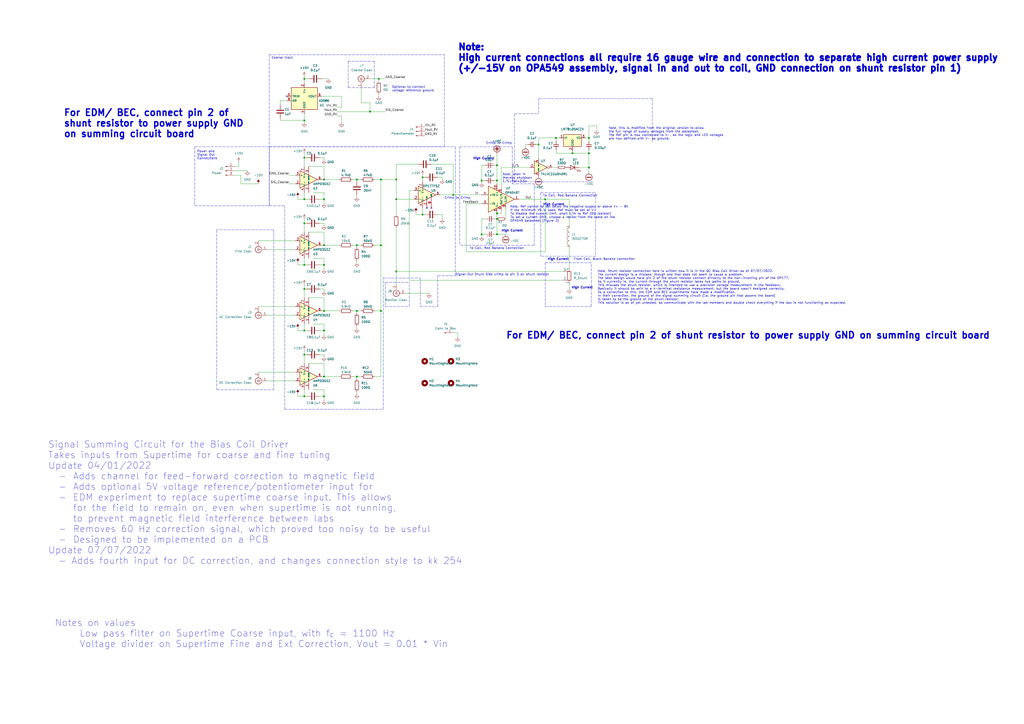
<source format=kicad_sch>
(kicad_sch (version 20211123) (generator eeschema)
  (paper "A2")
  (title_block (title "Bias Coil Driver Signal Summing") (date "2022-05-18") (rev "004") (company "PSU Physics Weiss Group") (comment 1 "Maarten de Haan"))
  (lib_symbols
    (symbol "74xGxx:74LVC1GU04DRL"
      (property "Reference" "U" (at -2.54 5.08 0))
      (property "Value" "74LVC1GU04DRL" (at 8.89 5.08 0))
      (symbol "74LVC1GU04DRL_1_1"
        (pin no_connect line (at 5.08 0 180) (length 2.54) hide (name "NC") (number "1"))
        (pin input line (at -5.08 0 0) (length 2.54) (name "~") (number "2"))
        (pin power_in line (at 0 -5.08 90) (length 2.54) (name "GND") (number "3"))
        (pin output line (at 7.62 0 180) (length 1.27) (name "~") (number "4"))
        (pin power_in line (at 0 5.08 270) (length 2.54) (name "VCC") (number "5"))
      )
    )
    (symbol "AMP03GSZ_1" (pin_names (offset 0.127))
      (property "Reference" "U2" (at 3.81 -5.08 0))
      (property "Value" "AMP03GSZ" (at 7.62 -2.54 0))
      (symbol "AMP03GSZ_1_1_1"
        (pin input line (at 0 -7.62 90) (length 5.08) (name "REF") (number "1"))
        (pin input line (at -7.62 -2.54 0) (length 2.54) (name "-") (number "2"))
        (pin input line (at -7.62 2.54 0) (length 2.54) (name "+") (number "3"))
        (pin power_in line (at -2.54 -7.62 90) (length 3.81) (name "V-") (number "4"))
        (pin input line (at 0 7.62 270) (length 5.08) (name "SENSE") (number "5"))
        (pin output line (at 7.62 0 180) (length 2.54) (name "~") (number "6"))
        (pin power_in line (at -2.54 7.62 270) (length 3.81) (name "V+") (number "7"))
        (pin no_connect line (at 2.54 -7.62 90) (length 6.35) hide (name "NC") (number "8"))
      )
    )
    (symbol "AMP03GSZ_2" (pin_names (offset 0.127))
      (property "Reference" "U3" (at 3.81 -5.08 0))
      (property "Value" "AMP03GSZ" (at 7.62 -2.54 0))
      (symbol "AMP03GSZ_2_1_1"
        (pin input line (at 0 -7.62 90) (length 5.08) (name "REF") (number "1"))
        (pin input line (at -7.62 -2.54 0) (length 2.54) (name "-") (number "2"))
        (pin input line (at -7.62 2.54 0) (length 2.54) (name "+") (number "3"))
        (pin power_in line (at -2.54 -7.62 90) (length 3.81) (name "V-") (number "4"))
        (pin input line (at 0 7.62 270) (length 5.08) (name "SENSE") (number "5"))
        (pin output line (at 7.62 0 180) (length 2.54) (name "~") (number "6"))
        (pin power_in line (at -2.54 7.62 270) (length 3.81) (name "V+") (number "7"))
        (pin no_connect line (at 2.54 -7.62 90) (length 6.35) hide (name "NC") (number "8"))
      )
    )
    (symbol "Amplifier_Operational:AMP03GSZ" (pin_names (offset 0.127))
      (property "Reference" "U4" (at 3.81 -5.08 0))
      (property "Value" "AMP03GSZ" (at 7.62 -2.54 0))
      (symbol "AMP03GSZ_1_1"
        (pin input line (at 0 -7.62 90) (length 5.08) (name "REF") (number "1"))
        (pin input line (at -7.62 -2.54 0) (length 2.54) (name "-") (number "2"))
        (pin input line (at -7.62 2.54 0) (length 2.54) (name "+") (number "3"))
        (pin power_in line (at -2.54 -7.62 90) (length 3.81) (name "V-") (number "4"))
        (pin input line (at 0 7.62 270) (length 5.08) (name "SENSE") (number "5"))
        (pin output line (at 7.62 0 180) (length 2.54) (name "~") (number "6"))
        (pin power_in line (at -2.54 7.62 270) (length 3.81) (name "V+") (number "7"))
        (pin no_connect line (at 2.54 -7.62 90) (length 6.35) hide (name "NC") (number "8"))
      )
    )
    (symbol "Amplifier_Operational:OP177FSZ" (pin_names (offset 0.127))
      (property "Reference" "U" (at 1.27 6.35 0))
      (property "Value" "OP177FSZ" (at 1.27 3.81 0))
      (symbol "OP177FSZ_1_1"
        (pin input line (at 0 -7.62 90) (length 5.08) (name "VOS") (number "1"))
        (pin input line (at -7.62 -2.54 0) (length 2.54) (name "-") (number "2"))
        (pin input line (at -7.62 2.54 0) (length 2.54) (name "+") (number "3"))
        (pin power_in line (at -2.54 -7.62 90) (length 3.81) (name "V-") (number "4"))
        (pin no_connect line (at 0 2.54 270) (length 2.54) hide (name "NC") (number "5"))
        (pin output line (at 7.62 0 180) (length 2.54) (name "~") (number "6"))
        (pin power_in line (at -2.54 7.62 270) (length 3.81) (name "V+") (number "7"))
        (pin input line (at 2.54 -7.62 90) (length 6.35) (name "VOS") (number "8"))
      )
    )
    (symbol "Amplifier_Operational:OPA549T"
      (property "Reference" "U" (at 1.27 11.43 0))
      (property "Value" "OPA549T" (at 1.27 -19.05 0))
      (symbol "OPA549T_1_1"
        (pin output line (at 10.16 0 180) (length 2.54) (name "") (number "1"))
        (pin power_in line (at -2.54 8.89 270) (length 3.81) (name "V+") (number "10"))
        (pin passive line (at -2.54 8.89 270) (length 3.81) hide (name "V+") (number "11"))
        (pin passive line (at 10.16 0 180) (length 2.54) hide (name "") (number "2"))
        (pin input line (at -11.43 -2.54 0) (length 3.81) (name "-IN") (number "3"))
        (pin input line (at -11.43 2.54 0) (length 3.81) (name "+IN") (number "4"))
        (pin power_in line (at -2.54 -7.62 90) (length 2.54) (name "V-") (number "5"))
        (pin power_in line (at 0 -6.35 90) (length 2.54) (name "Ref") (number "6"))
        (pin passive line (at -2.54 -7.62 90) (length 2.54) hide (name "V-") (number "7"))
        (pin passive line (at 2.54 -5.08 90) (length 2.54) (name "ILIM") (number "8"))
        (pin output line (at 0 6.35 270) (length 2.54) (name "E/S") (number "9"))
      )
    )
    (symbol "Conn_01x03_Male_1" (pin_names (offset 1.016) hide)
      (property "Reference" "J" (at 0 5.08 0))
      (property "Value" "Conn_01x03_Male_1" (at 0 -5.08 0))
      (symbol "Conn_01x03_Male_1_1_1"
        (pin passive line (at 5.08 2.54 180) (length 3.81) (name "Pin_1") (number "1"))
        (pin passive line (at 5.08 0 180) (length 3.81) (name "Pin_2") (number "2"))
        (pin passive line (at 5.08 -2.54 180) (length 3.81) (name "Pin_3") (number "3"))
      )
    )
    (symbol "Connector:Conn_01x01_Male" (pin_names (offset 1.016) hide)
      (property "Reference" "J" (at 0 2.54 0))
      (property "Value" "Conn_01x01_Male" (at 0 -2.54 0))
      (symbol "Conn_01x01_Male_1_1"
        (pin passive line (at 5.08 0 180) (length 3.81) (name "Pin_1") (number "1"))
      )
    )
    (symbol "Connector:Conn_01x03_Male" (pin_names (offset 1.016) hide)
      (property "Reference" "J5" (at -2.54 1.27 0))
      (property "Value" "Power" (at -5.08 -1.27 0))
      (symbol "Conn_01x03_Male_1_1"
        (pin power_out line (at 5.08 2.54 180) (length 3.81) (name "Pin_1") (number "1"))
        (pin power_out line (at 5.08 0 180) (length 3.81) (name "Pin_2") (number "2"))
        (pin power_out line (at 5.08 -2.54 180) (length 3.81) (name "Pin_3") (number "3"))
      )
    )
    (symbol "Connector:Conn_Coaxial" (pin_names (offset 1.016) hide)
      (property "Reference" "J" (at 0.254 3.048 0))
      (property "Value" "Conn_Coaxial" (at 2.921 0 90))
      (symbol "Conn_Coaxial_1_1"
        (pin passive line (at -5.08 0 0) (length 2.54) (name "In") (number "1"))
        (pin passive line (at 0 -5.08 90) (length 2.54) (name "Ext") (number "2"))
      )
    )
    (symbol "Device:C" (pin_numbers hide) (pin_names (offset 0.254))
      (property "Reference" "C" (at 0.635 2.54 0))
      (property "Value" "C" (at 0.635 -2.54 0))
      (symbol "C_1_1"
        (pin passive line (at 0 3.81 270) (length 2.794) (name "~") (number "1"))
        (pin passive line (at 0 -3.81 90) (length 2.794) (name "~") (number "2"))
      )
    )
    (symbol "Device:C_Polarized_Small_US" (pin_numbers hide) (pin_names (offset 0.254) hide)
      (property "Reference" "C" (at 0.254 1.778 0))
      (property "Value" "C_Polarized_Small_US" (at 0.254 -2.032 0))
      (symbol "C_Polarized_Small_US_1_1"
        (pin passive line (at 0 2.54 270) (length 2.032) (name "~") (number "1"))
        (pin passive line (at 0 -2.54 90) (length 2.032) (name "~") (number "2"))
      )
    )
    (symbol "Device:C_Small" (pin_numbers hide) (pin_names (offset 0.254) hide)
      (property "Reference" "C" (at 0.254 1.778 0))
      (property "Value" "C_Small" (at 0.254 -2.032 0))
      (symbol "C_Small_1_1"
        (pin passive line (at 0 2.54 270) (length 2.032) (name "~") (number "1"))
        (pin passive line (at 0 -2.54 90) (length 2.032) (name "~") (number "2"))
      )
    )
    (symbol "Device:LED" (pin_numbers hide) (pin_names (offset 1.016) hide)
      (property "Reference" "D" (at 0 2.54 0))
      (property "Value" "LED" (at 0 -2.54 0))
      (symbol "LED_1_1"
        (pin passive line (at -3.81 0 0) (length 2.54) (name "K") (number "1"))
        (pin passive line (at 3.81 0 180) (length 2.54) (name "A") (number "2"))
      )
    )
    (symbol "Device:R" (pin_numbers hide) (pin_names (offset 0))
      (property "Reference" "R" (at 2.032 0 90))
      (property "Value" "R" (at 0 0 90))
      (symbol "R_1_1"
        (pin passive line (at 0 3.81 270) (length 1.27) (name "~") (number "1"))
        (pin passive line (at 0 -3.81 90) (length 1.27) (name "~") (number "2"))
      )
    )
    (symbol "Device:R_Shunt" (pin_numbers hide) (pin_names (offset 0))
      (property "Reference" "R" (at -4.445 0 90))
      (property "Value" "R_Shunt" (at -2.54 0 90))
      (symbol "R_Shunt_1_1"
        (pin passive line (at 0 5.08 270) (length 2.54) (name "1") (number "1"))
        (pin passive line (at 3.81 2.54 180) (length 2.54) (name "2") (number "2"))
        (pin passive line (at 3.81 -2.54 180) (length 2.54) (name "3") (number "3"))
        (pin passive line (at 0 -5.08 90) (length 2.54) (name "4") (number "4"))
      )
    )
    (symbol "Device:R_Small" (pin_numbers hide) (pin_names (offset 0.254) hide)
      (property "Reference" "R" (at 0.762 0.508 0))
      (property "Value" "R_Small" (at 0.762 -1.016 0))
      (symbol "R_Small_1_1"
        (pin passive line (at 0 2.54 270) (length 0.762) (name "~") (number "1"))
        (pin passive line (at 0 -2.54 90) (length 0.762) (name "~") (number "2"))
      )
    )
    (symbol "Mechanical:MountingHole" (pin_names (offset 1.016))
      (property "Reference" "H" (at 0 5.08 0))
      (property "Value" "MountingHole" (at 0 3.175 0))
    )
    (symbol "Reference_Voltage:AD586"
      (property "Reference" "U" (at 6.35 6.35 0))
      (property "Value" "AD586" (at 6.35 -8.89 0))
      (symbol "AD586_1_1"
        (pin no_connect line (at -7.62 2.54 0) (length 2.54) hide (name "NC") (number "1"))
        (pin power_in line (at 0 7.62 270) (length 2.54) (name "V+") (number "2"))
        (pin no_connect line (at -7.62 -5.08 0) (length 2.54) hide (name "NC") (number "3"))
        (pin power_in line (at 0 -10.16 90) (length 2.54) (name "GND") (number "4"))
        (pin input line (at -10.16 0 0) (length 2.54) (name "TRIM") (number "5"))
        (pin power_out line (at 10.16 0 180) (length 2.54) (name "VOUT") (number "6"))
        (pin no_connect line (at 7.62 -5.08 180) (length 2.54) hide (name "NC") (number "7"))
        (pin input line (at -10.16 -2.54 0) (length 2.54) (name "NR") (number "8"))
      )
    )
    (symbol "Regulator_Linear:LM78L05ACZX" (pin_names (offset 0.254))
      (property "Reference" "U" (at -3.81 3.175 0))
      (property "Value" "LM78L05ACZX" (at 0 3.175 0))
      (symbol "LM78L05ACZX_1_1"
        (pin power_in line (at -7.62 0 0) (length 2.54) (name "VI") (number "1"))
        (pin power_in line (at 0 -7.62 90) (length 2.54) (name "GND") (number "2"))
        (pin power_out line (at 7.62 0 180) (length 2.54) (name "VO") (number "3"))
      )
    )
    (symbol "power:+15V" (power) (pin_names (offset 0))
      (property "Value" "+15V" (at 0 3.556 0))
      (symbol "+15V_1_1"
        (pin power_in line (at 0 0 90) (length 0) hide (name "+15V") (number "1"))
      )
    )
    (symbol "power:+VDC" (power) (pin_names (offset 0))
      (property "Value" "+VDC" (at 0 6.35 0))
      (symbol "+VDC_1_1"
        (pin power_in line (at 0 0 90) (length 0) hide (name "+VDC") (number "1"))
      )
    )
    (symbol "power:-15V" (power) (pin_names (offset 0))
      (property "Value" "-15V" (at 0 3.81 0))
      (symbol "-15V_0_0"
        (pin power_in line (at 0 0 90) (length 0) hide (name "-15V") (number "1"))
      )
    )
    (symbol "power:-VDC" (power) (pin_names (offset 0))
      (property "Value" "-VDC" (at 0 6.35 0))
      (symbol "-VDC_1_1"
        (pin power_in line (at 0 0 90) (length 0) hide (name "-VDC") (number "1"))
      )
    )
    (symbol "power:GND" (power) (pin_names (offset 0))
      (property "Value" "GND" (at 0 -3.81 0))
      (symbol "GND_1_1"
        (pin power_in line (at 0 0 270) (length 0) hide (name "GND") (number "1"))
      )
    )
    (symbol "pspice:INDUCTOR" (pin_numbers hide) (pin_names (offset 0))
      (property "Reference" "L" (at 0 2.54 0))
      (property "Value" "INDUCTOR" (at 0 -1.27 0))
      (symbol "INDUCTOR_1_1"
        (pin input line (at -6.35 0 0) (length 1.27) (name "1") (number "1"))
        (pin input line (at 6.35 0 180) (length 1.27) (name "2") (number "2"))
      )
    )
  )
  (junction (at 176.53 153.67))
  (junction (at 214.63 64.77))
  (junction (at 262.89 113.03))
  (junction (at 245.11 102.87))
  (junction (at 176.53 191.77))
  (junction (at 288.29 123.825))
  (junction (at 176.53 91.44))
  (junction (at 187.96 180.34))
  (junction (at 187.96 229.87))
  (junction (at 220.98 180.34))
  (junction (at 341.63 88.9))
  (junction (at 187.96 115.57))
  (junction (at 288.29 95.885))
  (junction (at 312.42 83.82))
  (junction (at 187.96 104.14))
  (junction (at 207.01 218.44))
  (junction (at 187.96 153.67))
  (junction (at 316.23 115.57))
  (junction (at 229.87 104.14))
  (junction (at 187.96 218.44))
  (junction (at 176.53 167.64))
  (junction (at 279.4 135.89))
  (junction (at 229.87 157.48))
  (junction (at 219.71 45.72))
  (junction (at 176.53 45.72))
  (junction (at 176.53 205.74))
  (junction (at 176.53 129.54))
  (junction (at 176.53 69.85))
  (junction (at 207.01 180.34))
  (junction (at 207.01 104.14))
  (junction (at 332.105 88.9))
  (junction (at 207.01 142.24))
  (junction (at 322.58 80.01))
  (junction (at 288.29 127))
  (junction (at 187.96 142.24))
  (junction (at 279.4 104.775))
  (junction (at 245.11 124.46))
  (junction (at 176.53 115.57))
  (junction (at 288.29 135.89))
  (junction (at 229.87 115.57))
  (junction (at 288.29 104.775))
  (junction (at 341.63 97.155))
  (junction (at 341.63 80.01))
  (junction (at 220.98 142.24))
  (junction (at 176.53 229.87))
  (junction (at 187.96 191.77))
  (junction (at 220.98 104.14))
  (no_connect (at 250.19 120.65))
  (no_connect (at 166.37 55.88))
  (no_connect (at 247.65 120.65))
  (wire (pts (xy 335.915 97.155) (xy 341.63 97.155)))
  (wire (pts (xy 204.47 104.14) (xy 207.01 104.14)))
  (wire (pts (xy 262.89 193.04) (xy 265.43 193.04)))
  (polyline (pts (xy 223.52 163.83) (xy 223.52 177.8)))
  (wire (pts (xy 270.51 118.11) (xy 279.4 118.11)))
  (wire (pts (xy 187.96 91.44) (xy 187.96 92.71)))
  (polyline (pts (xy 345.44 111.76) (xy 345.44 148.59)))
  (polyline (pts (xy 165.1 237.49) (xy 222.25 237.49)))
  (wire (pts (xy 167.64 101.6) (xy 171.45 101.6)))
  (polyline (pts (xy 254 160.02) (xy 264.16 160.02)))
  (wire (pts (xy 341.63 73.025) (xy 341.63 80.01)))
  (wire (pts (xy 229.87 95.25) (xy 242.57 95.25)))
  (polyline (pts (xy 156.21 85.09) (xy 156.21 119.38)))
  (wire (pts (xy 288.29 95.885) (xy 286.385 95.885)))
  (wire (pts (xy 139.7 101.6) (xy 139.7 106.68)))
  (wire (pts (xy 293.37 120.65) (xy 293.37 127)))
  (wire (pts (xy 330.2 143.51) (xy 330.2 154.94)))
  (wire (pts (xy 167.64 106.68) (xy 171.45 106.68)))
  (wire (pts (xy 245.11 101.6) (xy 245.11 102.87)))
  (wire (pts (xy 311.15 83.82) (xy 312.42 83.82)))
  (wire (pts (xy 270.51 146.05) (xy 316.23 146.05)))
  (wire (pts (xy 207.01 218.44) (xy 207.01 219.71)))
  (wire (pts (xy 245.11 124.46) (xy 246.38 124.46)))
  (wire (pts (xy 229.87 115.57) (xy 229.87 124.46)))
  (wire (pts (xy 204.47 218.44) (xy 207.01 218.44)))
  (wire (pts (xy 290.83 109.22) (xy 290.83 97.155)))
  (wire (pts (xy 176.53 66.04) (xy 176.53 69.85)))
  (wire (pts (xy 214.63 45.72) (xy 219.71 45.72)))
  (wire (pts (xy 229.87 132.08) (xy 229.87 157.48)))
  (wire (pts (xy 187.96 111.76) (xy 187.96 115.57)))
  (wire (pts (xy 241.3 124.46) (xy 241.3 123.19)))
  (wire (pts (xy 207.01 142.24) (xy 209.55 142.24)))
  (wire (pts (xy 185.42 153.67) (xy 187.96 153.67)))
  (wire (pts (xy 312.42 83.82) (xy 312.42 92.075)))
  (wire (pts (xy 176.53 91.44) (xy 177.8 91.44)))
  (polyline (pts (xy 316.23 177.8) (xy 342.9 177.8)))
  (wire (pts (xy 245.11 120.65) (xy 245.11 124.46)))
  (polyline (pts (xy 312.42 57.15) (xy 312.42 66.04)))
  (wire (pts (xy 279.4 137.16) (xy 279.4 135.89)))
  (wire (pts (xy 185.42 167.64) (xy 187.96 167.64)))
  (wire (pts (xy 316.23 115.57) (xy 330.2 115.57)))
  (wire (pts (xy 207.01 227.33) (xy 207.01 228.6)))
  (polyline (pts (xy 165.1 119.38) (xy 165.1 237.49)))
  (polyline (pts (xy 266.7 85.09) (xy 266.7 142.24)))
  (wire (pts (xy 214.63 59.69) (xy 214.63 64.77)))
  (polyline (pts (xy 309.88 142.24) (xy 266.7 142.24)))
  (polyline (pts (xy 342.9 177.8) (xy 342.9 152.4)))
  (wire (pts (xy 154.94 182.88) (xy 171.45 182.88)))
  (wire (pts (xy 304.8 83.82) (xy 304.8 85.09)))
  (polyline (pts (xy 316.23 152.4) (xy 316.23 177.8)))
  (wire (pts (xy 186.69 55.88) (xy 198.12 55.88)))
  (wire (pts (xy 204.47 142.24) (xy 207.01 142.24)))
  (wire (pts (xy 187.96 115.57) (xy 187.96 118.11)))
  (wire (pts (xy 179.07 172.72) (xy 187.96 172.72)))
  (polyline (pts (xy 201.93 35.56) (xy 217.17 35.56)))
  (wire (pts (xy 172.72 115.57) (xy 172.72 114.3)))
  (wire (pts (xy 279.4 135.89) (xy 281.94 135.89)))
  (wire (pts (xy 135.89 96.52) (xy 138.43 96.52)))
  (wire (pts (xy 237.49 162.56) (xy 326.39 162.56)))
  (polyline (pts (xy 223.52 177.8) (xy 237.49 177.8)))
  (wire (pts (xy 217.17 218.44) (xy 220.98 218.44)))
  (wire (pts (xy 176.53 191.77) (xy 177.8 191.77)))
  (polyline (pts (xy 113.03 85.09) (xy 113.03 119.38)))
  (wire (pts (xy 288.29 123.825) (xy 288.29 127)))
  (polyline (pts (xy 201.93 50.8) (xy 217.17 50.8)))
  (wire (pts (xy 187.96 218.44) (xy 196.85 218.44)))
  (wire (pts (xy 162.56 68.58) (xy 162.56 69.85)))
  (wire (pts (xy 256.54 124.46) (xy 256.54 127)))
  (polyline (pts (xy 309.88 106.68) (xy 309.88 142.24)))
  (polyline (pts (xy 156.21 31.75) (xy 156.21 85.09)))
  (wire (pts (xy 322.58 88.9) (xy 332.105 88.9)))
  (wire (pts (xy 217.17 142.24) (xy 220.98 142.24)))
  (wire (pts (xy 288.29 127) (xy 287.02 127)))
  (wire (pts (xy 176.53 69.85) (xy 176.53 71.12)))
  (wire (pts (xy 207.01 180.34) (xy 207.01 181.61)))
  (wire (pts (xy 312.42 80.01) (xy 312.42 83.82)))
  (wire (pts (xy 204.47 180.34) (xy 207.01 180.34)))
  (wire (pts (xy 207.01 104.14) (xy 207.01 105.41)))
  (polyline (pts (xy 156.21 31.75) (xy 257.81 31.75)))
  (wire (pts (xy 187.96 96.52) (xy 187.96 104.14)))
  (polyline (pts (xy 243.84 161.29) (xy 243.84 177.8)))
  (polyline (pts (xy 297.18 106.68) (xy 309.88 106.68)))
  (polyline (pts (xy 113.03 85.09) (xy 156.21 85.09)))
  (wire (pts (xy 176.53 91.44) (xy 176.53 96.52)))
  (wire (pts (xy 214.63 59.69) (xy 209.55 59.69)))
  (wire (pts (xy 187.96 205.74) (xy 187.96 207.01)))
  (polyline (pts (xy 254 160.02) (xy 254 177.8)))
  (polyline (pts (xy 257.81 85.09) (xy 257.81 31.75)))
  (wire (pts (xy 229.87 115.57) (xy 229.87 104.14)))
  (wire (pts (xy 214.63 64.77) (xy 223.52 64.77)))
  (polyline (pts (xy 298.45 66.04) (xy 298.45 105.41)))
  (wire (pts (xy 229.87 104.14) (xy 229.87 95.25)))
  (wire (pts (xy 172.72 191.77) (xy 172.72 190.5)))
  (wire (pts (xy 219.71 45.72) (xy 223.52 45.72)))
  (wire (pts (xy 176.53 205.74) (xy 176.53 210.82)))
  (wire (pts (xy 179.07 134.62) (xy 187.96 134.62)))
  (wire (pts (xy 162.56 58.42) (xy 162.56 60.96)))
  (wire (pts (xy 279.4 104.775) (xy 281.305 104.775)))
  (wire (pts (xy 187.96 149.86) (xy 187.96 153.67)))
  (wire (pts (xy 187.96 218.44) (xy 186.69 218.44)))
  (wire (pts (xy 207.01 151.13) (xy 207.01 152.4)))
  (wire (pts (xy 304.8 83.82) (xy 306.07 83.82)))
  (wire (pts (xy 229.87 157.48) (xy 229.87 165.1)))
  (wire (pts (xy 176.53 187.96) (xy 176.53 191.77)))
  (wire (pts (xy 176.53 167.64) (xy 177.8 167.64)))
  (wire (pts (xy 207.01 113.03) (xy 207.01 114.3)))
  (wire (pts (xy 172.72 191.77) (xy 176.53 191.77)))
  (polyline (pts (xy 156.21 119.38) (xy 156.21 85.09)))
  (wire (pts (xy 176.53 226.06) (xy 176.53 229.87)))
  (wire (pts (xy 176.53 111.76) (xy 176.53 115.57)))
  (wire (pts (xy 181.61 187.96) (xy 187.96 187.96)))
  (wire (pts (xy 279.4 95.885) (xy 281.305 95.885)))
  (polyline (pts (xy 156.21 85.09) (xy 257.81 85.09)))
  (wire (pts (xy 207.01 142.24) (xy 207.01 143.51)))
  (wire (pts (xy 322.58 80.01) (xy 322.58 81.915)))
  (wire (pts (xy 330.2 115.57) (xy 330.2 130.81)))
  (wire (pts (xy 187.96 210.82) (xy 187.96 218.44)))
  (polyline (pts (xy 264.16 160.02) (xy 264.16 85.09)))
  (wire (pts (xy 185.42 129.54) (xy 187.96 129.54)))
  (wire (pts (xy 220.98 180.34) (xy 220.98 218.44)))
  (wire (pts (xy 139.7 106.68) (xy 149.86 106.68)))
  (wire (pts (xy 172.72 229.87) (xy 172.72 228.6)))
  (wire (pts (xy 135.89 101.6) (xy 139.7 101.6)))
  (wire (pts (xy 176.53 165.1) (xy 176.53 167.64)))
  (wire (pts (xy 176.53 127) (xy 176.53 129.54)))
  (wire (pts (xy 339.725 80.01) (xy 341.63 80.01)))
  (wire (pts (xy 198.12 55.88) (xy 198.12 62.23)))
  (wire (pts (xy 229.87 115.57) (xy 240.03 115.57)))
  (wire (pts (xy 176.53 205.74) (xy 177.8 205.74)))
  (wire (pts (xy 185.42 191.77) (xy 187.96 191.77)))
  (polyline (pts (xy 313.69 148.59) (xy 313.69 143.51)))
  (wire (pts (xy 279.4 95.885) (xy 279.4 104.775)))
  (wire (pts (xy 181.61 226.06) (xy 187.96 226.06)))
  (wire (pts (xy 176.53 149.86) (xy 176.53 153.67)))
  (wire (pts (xy 219.71 55.88) (xy 219.71 54.61)))
  (wire (pts (xy 185.42 229.87) (xy 187.96 229.87)))
  (wire (pts (xy 207.01 218.44) (xy 209.55 218.44)))
  (polyline (pts (xy 222.25 237.49) (xy 222.25 161.29)))
  (wire (pts (xy 219.71 45.72) (xy 219.71 46.99)))
  (wire (pts (xy 288.29 135.89) (xy 287.02 135.89)))
  (wire (pts (xy 187.96 226.06) (xy 187.96 229.87)))
  (polyline (pts (xy 156.21 85.09) (xy 264.16 85.09)))
  (wire (pts (xy 290.83 97.155) (xy 307.34 97.155)))
  (wire (pts (xy 186.69 45.72) (xy 190.5 45.72)))
  (wire (pts (xy 198.12 67.31) (xy 198.12 71.12)))
  (wire (pts (xy 320.04 97.155) (xy 323.215 97.155)))
  (wire (pts (xy 288.29 135.89) (xy 293.37 135.89)))
  (wire (pts (xy 176.53 129.54) (xy 177.8 129.54)))
  (wire (pts (xy 187.96 187.96) (xy 187.96 191.77)))
  (polyline (pts (xy 223.52 163.83) (xy 237.49 163.83)))
  (wire (pts (xy 241.3 124.46) (xy 245.11 124.46)))
  (wire (pts (xy 172.72 229.87) (xy 176.53 229.87)))
  (wire (pts (xy 220.98 104.14) (xy 220.98 142.24)))
  (wire (pts (xy 181.61 111.76) (xy 187.96 111.76)))
  (wire (pts (xy 288.29 123.825) (xy 288.29 123.19)))
  (wire (pts (xy 245.11 102.87) (xy 246.38 102.87)))
  (polyline (pts (xy 125.73 226.06) (xy 158.75 226.06)))
  (polyline (pts (xy 316.23 152.4) (xy 342.9 152.4)))
  (wire (pts (xy 187.96 229.87) (xy 187.96 232.41)))
  (wire (pts (xy 149.86 177.8) (xy 171.45 177.8)))
  (wire (pts (xy 330.2 165.1) (xy 330.2 167.64)))
  (wire (pts (xy 341.63 97.155) (xy 341.63 99.695)))
  (wire (pts (xy 332.105 87.63) (xy 332.105 88.9)))
  (polyline (pts (xy 313.69 111.76) (xy 313.69 143.51)))
  (wire (pts (xy 288.29 104.775) (xy 286.385 104.775)))
  (wire (pts (xy 176.53 45.72) (xy 176.53 48.26)))
  (polyline (pts (xy 237.49 177.8) (xy 237.49 163.83)))
  (wire (pts (xy 254 124.46) (xy 256.54 124.46)))
  (wire (pts (xy 207.01 104.14) (xy 209.55 104.14)))
  (wire (pts (xy 207.01 189.23) (xy 207.01 190.5)))
  (wire (pts (xy 185.42 205.74) (xy 187.96 205.74)))
  (polyline (pts (xy 113.03 119.38) (xy 156.21 119.38)))
  (wire (pts (xy 172.72 153.67) (xy 172.72 152.4)))
  (wire (pts (xy 187.96 153.67) (xy 187.96 156.21)))
  (wire (pts (xy 341.63 88.9) (xy 332.105 88.9)))
  (wire (pts (xy 281.94 127) (xy 279.4 127)))
  (wire (pts (xy 187.96 191.77) (xy 187.96 194.31)))
  (wire (pts (xy 185.42 91.44) (xy 187.96 91.44)))
  (polyline (pts (xy 222.25 161.29) (xy 243.84 161.29)))
  (wire (pts (xy 217.17 104.14) (xy 220.98 104.14)))
  (wire (pts (xy 256.54 102.87) (xy 256.54 104.14)))
  (polyline (pts (xy 298.45 105.41) (xy 344.17 105.41)))
  (wire (pts (xy 220.98 104.14) (xy 229.87 104.14)))
  (wire (pts (xy 312.42 80.01) (xy 322.58 80.01)))
  (wire (pts (xy 288.29 95.885) (xy 288.29 104.775)))
  (wire (pts (xy 346.075 73.025) (xy 346.075 75.565)))
  (polyline (pts (xy 158.75 133.35) (xy 158.75 226.06)))
  (polyline (pts (xy 266.7 85.09) (xy 297.18 85.09)))
  (wire (pts (xy 187.96 142.24) (xy 196.85 142.24)))
  (wire (pts (xy 240.03 110.49) (xy 237.49 110.49)))
  (wire (pts (xy 185.42 115.57) (xy 187.96 115.57)))
  (polyline (pts (xy 298.45 66.04) (xy 312.42 66.04)))
  (polyline (pts (xy 125.73 133.35) (xy 125.73 226.06)))
  (polyline (pts (xy 243.84 177.8) (xy 254 177.8)))
  (polyline (pts (xy 297.18 85.09) (xy 297.18 106.68)))
  (wire (pts (xy 290.83 123.825) (xy 290.83 121.92)))
  (wire (pts (xy 245.11 102.87) (xy 245.11 105.41)))
  (wire (pts (xy 341.63 88.9) (xy 341.63 97.155)))
  (wire (pts (xy 176.53 167.64) (xy 176.53 172.72)))
  (wire (pts (xy 187.96 167.64) (xy 187.96 168.91)))
  (wire (pts (xy 220.98 142.24) (xy 220.98 180.34)))
  (wire (pts (xy 176.53 153.67) (xy 177.8 153.67)))
  (wire (pts (xy 255.27 113.03) (xy 262.89 113.03)))
  (wire (pts (xy 279.4 127) (xy 279.4 135.89)))
  (wire (pts (xy 154.94 220.98) (xy 171.45 220.98)))
  (polyline (pts (xy 313.69 111.76) (xy 345.44 111.76)))
  (wire (pts (xy 270.51 118.11) (xy 270.51 146.05)))
  (wire (pts (xy 262.89 113.03) (xy 279.4 113.03)))
  (wire (pts (xy 138.43 93.98) (xy 138.43 96.52)))
  (wire (pts (xy 187.96 129.54) (xy 187.96 130.81)))
  (wire (pts (xy 322.58 86.995) (xy 322.58 88.9)))
  (wire (pts (xy 195.58 62.23) (xy 198.12 62.23)))
  (wire (pts (xy 288.29 104.775) (xy 288.29 106.68)))
  (wire (pts (xy 179.07 96.52) (xy 187.96 96.52)))
  (wire (pts (xy 187.96 180.34) (xy 196.85 180.34)))
  (wire (pts (xy 195.58 67.31) (xy 198.12 67.31)))
  (wire (pts (xy 172.72 115.57) (xy 176.53 115.57)))
  (wire (pts (xy 341.63 86.995) (xy 341.63 88.9)))
  (wire (pts (xy 279.4 104.775) (xy 279.4 106.045)))
  (wire (pts (xy 207.01 180.34) (xy 209.55 180.34)))
  (wire (pts (xy 322.58 80.01) (xy 324.485 80.01)))
  (wire (pts (xy 234.95 170.18) (xy 248.92 170.18)))
  (wire (pts (xy 209.55 59.69) (xy 209.55 50.8)))
  (wire (pts (xy 187.96 104.14) (xy 186.69 104.14)))
  (wire (pts (xy 288.29 89.535) (xy 288.29 95.885)))
  (wire (pts (xy 300.99 115.57) (xy 316.23 115.57)))
  (polyline (pts (xy 217.17 50.8) (xy 217.17 35.56)))
  (wire (pts (xy 187.96 134.62) (xy 187.96 142.24)))
  (wire (pts (xy 217.17 180.34) (xy 220.98 180.34)))
  (polyline (pts (xy 313.69 143.51) (xy 313.69 143.51)))
  (wire (pts (xy 187.96 172.72) (xy 187.96 180.34)))
  (polyline (pts (xy 156.21 119.38) (xy 165.1 119.38)))
  (polyline (pts (xy 201.93 35.56) (xy 201.93 50.8)))
  (wire (pts (xy 149.86 215.9) (xy 171.45 215.9)))
  (wire (pts (xy 187.96 104.14) (xy 196.85 104.14)))
  (wire (pts (xy 176.53 115.57) (xy 177.8 115.57)))
  (wire (pts (xy 166.37 58.42) (xy 162.56 58.42)))
  (wire (pts (xy 149.86 139.7) (xy 171.45 139.7)))
  (wire (pts (xy 288.29 123.825) (xy 290.83 123.825)))
  (wire (pts (xy 176.53 229.87) (xy 177.8 229.87)))
  (polyline (pts (xy 378.46 57.15) (xy 378.46 82.55)))
  (wire (pts (xy 187.96 142.24) (xy 186.69 142.24)))
  (wire (pts (xy 187.96 180.34) (xy 186.69 180.34)))
  (wire (pts (xy 237.49 110.49) (xy 237.49 162.56)))
  (wire (pts (xy 176.53 129.54) (xy 176.53 134.62)))
  (wire (pts (xy 250.19 95.25) (xy 262.89 95.25)))
  (wire (pts (xy 162.56 69.85) (xy 176.53 69.85)))
  (wire (pts (xy 176.53 88.9) (xy 176.53 91.44)))
  (wire (pts (xy 288.29 127) (xy 288.29 135.89)))
  (wire (pts (xy 341.63 80.01) (xy 341.63 81.915)))
  (wire (pts (xy 179.07 210.82) (xy 187.96 210.82)))
  (wire (pts (xy 176.53 45.72) (xy 179.07 45.72)))
  (wire (pts (xy 195.58 64.77) (xy 214.63 64.77)))
  (wire (pts (xy 176.53 44.45) (xy 176.53 45.72)))
  (wire (pts (xy 254 102.87) (xy 256.54 102.87)))
  (wire (pts (xy 181.61 149.86) (xy 187.96 149.86)))
  (wire (pts (xy 262.89 95.25) (xy 262.89 113.03)))
  (wire (pts (xy 176.53 203.2) (xy 176.53 205.74)))
  (polyline (pts (xy 345.44 148.59) (xy 313.69 148.59)))
  (wire (pts (xy 229.87 157.48) (xy 326.39 157.48)))
  (polyline (pts (xy 158.75 133.35) (xy 125.73 133.35)))
  (wire (pts (xy 135.89 99.06) (xy 143.51 99.06)))
  (wire (pts (xy 316.23 146.05) (xy 316.23 115.57)))
  (polyline (pts (xy 378.46 57.15) (xy 312.42 57.15)))
  (wire (pts (xy 172.72 153.67) (xy 176.53 153.67)))
  (wire (pts (xy 341.63 73.025) (xy 346.075 73.025)))
  (wire (pts (xy 265.43 193.04) (xy 265.43 195.58)))
  (wire (pts (xy 154.94 144.78) (xy 171.45 144.78)))
  (text "Note:\nHigh current connections all require 16 gauge wire and connection to separate high current power supply\n(+/-15V on OPA549 assembly, signal in and out to coil, GND connection on shunt resistor pin 1)" (at 265.43 41.91 0) (effects (font (size 3.81 3.81) (thickness 1.27) bold) (justify left bottom)))
  (text "Optional to connect \nvoltage reference ground\n" (at 227.33 53.34 0) (effects (font (size 1.27 1.27)) (justify left bottom)))
  (text "Power and \nSignal Out \nConnections" (at 114.3 92.71 0) (effects (font (size 1.27 1.27)) (justify left bottom)))
  (text "High Current" (at 317.5 151.13 0) (effects (font (size 1.27 1.27) (thickness 0.254) bold) (justify left bottom)))
  (text "Note, Shunt resistor connection here is written how it is in the QC Bias Coil Driver as of 07/07/2022. \nThe current design is a mistake, though one that does not seem to cause a problem.\nThe best design would have pin 2 of the shunt resistor connect dirrectly to the non-inverting pin of the OP177.\nAs it currently is, the current through the shunt resistor takes two paths to ground.\nThis misuses the shunt resistor, which is intended to use a precision voltage measurement in the feedback.\nBasically it should be akin to a 4-terminal resistance measurement, but the board wasn't designed correctly.\nAs a correction to this, the EDM and BEC experiments have made a modification.\nIn their correction, the ground of the signal summing circuit (i.e. the ground pin that powers the board) \nis taken to be the ground of the shunt resistor.\nThis solution is as of yet untested, so communicate with the lab members and double check everything if the box is not functioning as expected." (at 346.71 176.53 0) (effects (font (size 1.27 1.27)) (justify left bottom)))
  (text "Crimp to Crimp" (at 281.94 83.82 0) (effects (font (size 1.27 1.27)) (justify left bottom)))
  (text "Notes on values\n	Low pass filter on Supertime Coarse input, with f_{c} = 1100 Hz\n	Voltage divider on Supertime Fine and Ext Correction, Vout = 0.01 * Vin" (at 31.75 375.92 0) (effects (font (size 3.81 3.81)) (justify left bottom)))
  (text "To Coil, Red Banana Connection" (at 272.415 144.78 0) (effects (font (size 1.27 1.27)) (justify left bottom)))
  (text "High Current" (at 274.32 92.71 0) (effects (font (size 1.27 1.27) (thickness 0.254) bold) (justify left bottom)))
  (text "Coarse Input" (at 157.48 34.29 0) (effects (font (size 1.27 1.27)) (justify left bottom)))
  (text "Note, Ref cannot be set below the negative supply or above V+ - 8V\nIf the minimum VS is used, Ref must be set at V-\nTo disable the current limit, short ILim to Ref (0Ω resistor)\nTo set a current limit, choose a resitor from the table on the \nOPA549 datasheet (Figure 2)" (at 295.91 128.905 0) (effects (font (size 1.27 1.27)) (justify left bottom)))
  (text "Note, when in \nthermal shutdown\nE/S=Ref+3.5V" (at 291.465 106.045 0) (effects (font (size 1.27 1.27)) (justify left bottom)))
  (text "Note, this is modified from the original version to allow \nthe full range of supply voltages from the datasheet.\nThe Ref pin is now connected to V-, so the logic and LED voltages\nare now defined with V- as ground." (at 353.06 81.28 0) (effects (font (size 1.27 1.27)) (justify left bottom)))
  (text "High Current" (at 314.96 119.38 0) (effects (font (size 1.27 1.27) (thickness 0.254) bold) (justify left bottom)))
  (text "Crimp to Crimp" (at 257.81 115.57 0) (effects (font (size 1.27 1.27)) (justify left bottom)))
  (text "High Current" (at 331.47 167.64 0) (effects (font (size 1.27 1.27) (thickness 0.254) bold) (justify left bottom)))
  (text "To Coil, Red Banana Connection" (at 314.96 114.3 0) (effects (font (size 1.27 1.27)) (justify left bottom)))
  (text "From Coil, Black Banana connection" (at 332.74 151.13 0) (effects (font (size 1.27 1.27)) (justify left bottom)))
  (text "High Current" (at 290.83 134.62 0) (effects (font (size 1.27 1.27) (thickness 0.254) bold) (justify left bottom)))
  (text "For EDM/ BEC, connect pin 2 of shunt resistor to power supply GND on summing circuit board\n" (at 293.37 196.85 0) (effects (font (size 3.81 3.81) (thickness 0.762) bold) (justify left bottom)))
  (text "Signal Out Shunt Side crimp to pin 3 on shunt resistor" (at 264.16 160.02 0) (effects (font (size 1.27 1.27)) (justify left bottom)))
  (text "For EDM/ BEC, connect pin 2 of \nshunt resistor to power supply GND \non summing circuit board\n" (at 36.83 80.01 0) (effects (font (size 3.81 3.81) (thickness 0.762) bold) (justify left bottom)))
  (text "Signal Summing Circuit for the Bias Coil Driver\nTakes inputs from Supertime for coarse and fine tuning\nUpdate 04/01/2022\n  -	Adds channel for feed-forward correction to magnetic field\n  -	Adds optional 5V voltage reference/potentiometer input for \n  -	EDM experiment to replace supertime coarse input. This allows \n  	for the field to remain on, even when supertime is not running,\n	to prevent magnetic field interference between labs\n  -	Removes 60 Hz correction signal, which proved too noisy to be useful\n  -	Designed to be implemented on a PCB\nUpdate 07/07/2022\n  - Adds fourth input for DC correction, and changes connection style to kk 254" (at 27.94 327.66 0) (effects (font (size 3.81 3.81)) (justify left bottom)))
  (label "SIG_Coarse" (at 223.52 64.77 0))
  (label "In" (at 277.495 113.03 180))
  (label "Vin_RV" (at 246.38 73.66 0))
  (label "Vin_RV" (at 195.58 62.23 180))
  (label "Vout_RV" (at 195.58 64.77 180))
  (label "SIG_Coarse" (at 167.64 106.68 180))
  (label "E{slash}S" (at 300.99 97.155 180))
  (label "GND_RV" (at 195.58 67.31 180))
  (label "GND_Coarse" (at 167.64 101.6 180))
  (label "GND_Coarse" (at 223.52 45.72 0))
  (label "Vout_RV" (at 246.38 76.2 0))
  (label "Out" (at 304.8 115.57 0))
  (label "GND_RV" (at 246.38 78.74 0))
  (label "Feedback" (at 277.495 118.11 180))
  (symbol (lib_id "Connector:Conn_01x01_Male") (at 257.81 193.04 0) (unit 1)
    (property "Reference" "J5" (at 258.445 187.96 0))
    (property "Value" "Conn to Box" (at 258.445 190.5 0))
    (property "Footprint" "TestPoint:TestPoint_Pad_2.0x2.0mm" (effects hide))
  )
  (symbol (lib_id "Device:R") (at 200.66 180.34 90) (unit 1)
    (property "Reference" "R3" (at 199.39 175.26 90))
    (property "Value" "3.9kΩ" (at 200.66 177.8 90))
    (property "Footprint" "Resistor_SMD:R_1206_3216Metric" (effects hide))
  )
  (symbol (lib_id "Mechanical:MountingHole") (at 261.62 209.55 0) (unit 1)
    (property "Reference" "H3" (at 264.16 208.2799 0) (effects (justify left)))
    (property "Value" "MountingHole" (at 264.16 210.8199 0) (effects (justify left)))
    (property "Footprint" "MountingHole:MountingHole_4.3mm_M4" (effects hide))
  )
  (symbol (lib_id "power:GND") (at 219.71 55.88 0) (unit 1)
    (property "Reference" "#PWR06" (effects hide))
    (property "Value" "GND" (at 219.71 59.69 0))
  )
  (symbol (lib_id "Device:C") (at 162.56 64.77 0) (unit 1)
    (property "Reference" "C1" (at 165.1 63.5 0) (effects (justify left)))
    (property "Value" "1µF" (at 165.1 66.04 0) (effects (justify left)))
    (property "Footprint" "Capacitor_SMD:C_1206_3216Metric" (effects hide))
  )
  (symbol (lib_id "power:GND") (at 143.51 99.06 0) (unit 1)
    (property "Reference" "#PWR08" (effects hide))
    (property "Value" "GND" (at 143.51 104.14 0))
  )
  (symbol (lib_id "Device:C") (at 181.61 191.77 270) (unit 1)
    (property "Reference" "C8" (at 177.8 195.58 90) (effects (justify left)))
    (property "Value" "0.1µF" (at 180.34 195.58 90) (effects (justify left)))
    (property "Footprint" "Capacitor_SMD:C_1206_3216Metric" (effects hide))
  )
  (symbol (lib_id "Device:R") (at 213.36 180.34 270) (unit 1)
    (property "Reference" "R8" (at 212.09 175.26 90))
    (property "Value" "50kΩ" (at 213.36 177.8 90))
    (property "Footprint" "Resistor_SMD:R_1206_3216Metric" (effects hide))
  )
  (symbol (lib_id "Device:R") (at 213.36 218.44 270) (unit 1)
    (property "Reference" "R12" (at 212.09 213.36 90))
    (property "Value" "50kΩ" (at 213.36 215.9 90))
    (property "Footprint" "Resistor_SMD:R_1206_3216Metric" (effects hide))
  )
  (symbol (lib_id "Device:R") (at 213.36 104.14 270) (unit 1)
    (property "Reference" "R6" (at 212.09 99.06 90))
    (property "Value" "47kΩ" (at 213.36 101.6 90))
    (property "Footprint" "Resistor_SMD:R_1206_3216Metric" (effects hide))
  )
  (symbol (lib_id "power:-VDC") (at 312.42 102.235 180) (unit 1)
    (property "Reference" "#PWR?" (effects hide))
    (property "Value" "-VDC" (at 312.42 108.585 0))
  )
  (symbol (lib_id "Device:C") (at 181.61 153.67 270) (unit 1)
    (property "Reference" "C6" (at 177.8 157.48 90) (effects (justify left)))
    (property "Value" "0.1µF" (at 180.34 157.48 90) (effects (justify left)))
    (property "Footprint" "Capacitor_SMD:C_1206_3216Metric" (effects hide))
  )
  (symbol (lib_id "power:GND") (at 187.96 156.21 0) (unit 1)
    (property "Reference" "#PWR019" (effects hide))
    (property "Value" "GND" (at 191.77 157.48 0))
  )
  (symbol (lib_id "Device:R") (at 207.01 185.42 0) (unit 1)
    (property "Reference" "R5" (at 209.55 184.1499 0) (effects (justify left)))
    (property "Value" "100Ω" (at 209.55 186.6899 0) (effects (justify left)))
    (property "Footprint" "Resistor_SMD:R_1206_3216Metric" (effects hide))
  )
  (symbol (lib_id "Device:R") (at 200.66 218.44 90) (unit 1)
    (property "Reference" "R10" (at 199.39 213.36 90))
    (property "Value" "3.9kΩ" (at 200.66 215.9 90))
    (property "Footprint" "Resistor_SMD:R_1206_3216Metric" (effects hide))
  )
  (symbol (lib_id "power:+15V") (at 138.43 93.98 0) (unit 1)
    (property "Reference" "#PWR07" (effects hide))
    (property "Value" "+15V" (at 138.43 88.9 0))
  )
  (symbol (lib_id "Device:C") (at 246.38 95.25 270) (unit 1)
    (property "Reference" "C10" (at 248.92 90.17 90) (effects (justify left)))
    (property "Value" "0.1µF" (at 248.92 92.71 90) (effects (justify left)))
    (property "Footprint" "Capacitor_SMD:C_1206_3216Metric" (effects hide))
  )
  (symbol (lib_name "Conn_01x03_Male_1") (lib_id "Connector:Conn_01x03_Male") (at 241.3 76.2 0) (unit 1)
    (property "Reference" "J4" (at 238.76 74.93 0))
    (property "Value" "Potentiometer" (at 233.68 77.47 0))
    (property "Footprint" "Connector_Molex:Molex_KK-254_AE-6410-03A_1x03_P2.54mm_Vertical" (effects hide))
  )
  (symbol (lib_id "power:-VDC") (at 304.8 85.09 180) (unit 1)
    (property "Reference" "#PWR?" (effects hide))
    (property "Value" "-VDC" (at 304.8 91.44 0))
  )
  (symbol (lib_id "Device:C_Polarized_Small_US") (at 284.48 135.89 90) (unit 1)
    (property "Reference" "C?" (at 284.48 139.065 90))
    (property "Value" "10µF" (at 284.48 140.97 90))
  )
  (symbol (lib_name "AMP03GSZ_2") (lib_id "Amplifier_Operational:AMP03GSZ") (at 179.07 142.24 0) (unit 1)
    (property "Reference" "U3" (at 182.88 147.32 0))
    (property "Value" "AMP03GSZ" (at 186.69 144.78 0))
    (property "Footprint" "Package_SO:SOIC-8_3.9x4.9mm_P1.27mm" (effects hide))
    (property "Datasheet" "https://www.analog.com/media/en/technical-documentation/data-sheets/amp03.pdf" (effects hide))
  )
  (symbol (lib_id "power:+15V") (at 176.53 203.2 0) (unit 1)
    (property "Reference" "#PWR031" (effects hide))
    (property "Value" "+15V" (at 172.72 201.93 0))
  )
  (symbol (lib_id "power:-15V") (at 241.3 123.19 0) (unit 1)
    (property "Reference" "#PWR026" (effects hide))
    (property "Value" "-15V" (at 237.49 121.92 0))
  )
  (symbol (lib_id "Connector:Conn_Coaxial") (at 229.87 170.18 90) (mirror x) (unit 1)
    (property "Reference" "J8" (at 227.33 168.91 90) (effects (justify left)))
    (property "Value" "Monitor Coax" (at 236.22 173.99 90) (effects (justify left)))
    (property "Datasheet" " ~" (effects hide))
  )
  (symbol (lib_id "Device:R") (at 207.01 223.52 0) (unit 1)
    (property "Reference" "R11" (at 209.55 222.2499 0) (effects (justify left)))
    (property "Value" "100Ω" (at 209.55 224.7899 0) (effects (justify left)))
    (property "Footprint" "Resistor_SMD:R_1206_3216Metric" (effects hide))
  )
  (symbol (lib_id "power:GND") (at 187.96 130.81 0) (unit 1)
    (property "Reference" "#PWR018" (effects hide))
    (property "Value" "GND" (at 191.77 132.08 0))
  )
  (symbol (lib_id "Device:R") (at 219.71 50.8 0) (unit 1)
    (property "Reference" "W1" (at 222.25 49.5299 0) (effects (justify left)))
    (property "Value" "0Ω" (at 222.25 52.0699 0) (effects (justify left)))
    (property "Footprint" "Resistor_SMD:R_1206_3216Metric" (effects hide))
  )
  (symbol (lib_id "Mechanical:MountingHole") (at 246.38 209.55 0) (unit 1)
    (property "Reference" "H1" (at 248.92 208.2799 0) (effects (justify left)))
    (property "Value" "MountingHole" (at 248.92 210.8199 0) (effects (justify left)))
    (property "Footprint" "MountingHole:MountingHole_4.3mm_M4" (effects hide))
  )
  (symbol (lib_id "power:GND") (at 207.01 114.3 0) (unit 1)
    (property "Reference" "#PWR022" (effects hide))
    (property "Value" "GND" (at 207.01 119.38 0))
  )
  (symbol (lib_name "AMP03GSZ_1") (lib_id "Amplifier_Operational:AMP03GSZ") (at 179.07 104.14 0) (unit 1)
    (property "Reference" "U2" (at 182.88 109.22 0))
    (property "Value" "AMP03GSZ" (at 186.69 106.68 0))
    (property "Footprint" "Package_SO:SOIC-8_3.9x4.9mm_P1.27mm" (effects hide))
    (property "Datasheet" "https://www.analog.com/media/en/technical-documentation/data-sheets/amp03.pdf" (effects hide))
  )
  (symbol (lib_id "power:GND") (at 187.96 118.11 0) (unit 1)
    (property "Reference" "#PWR017" (effects hide))
    (property "Value" "GND" (at 191.77 119.38 0))
  )
  (symbol (lib_id "power:GND") (at 190.5 45.72 0) (unit 1)
    (property "Reference" "#PWR04" (effects hide))
    (property "Value" "GND" (at 190.5 50.8 0))
  )
  (symbol (lib_id "power:GND") (at 187.96 232.41 0) (unit 1)
    (property "Reference" "#PWR033" (effects hide))
    (property "Value" "GND" (at 191.77 233.68 0))
  )
  (symbol (lib_id "Device:C") (at 182.88 45.72 90) (unit 1)
    (property "Reference" "C2" (at 182.88 38.1 90))
    (property "Value" "0.1µF" (at 182.88 40.64 90))
    (property "Footprint" "Capacitor_SMD:C_1206_3216Metric" (effects hide))
  )
  (symbol (lib_id "Device:C") (at 181.61 205.74 270) (unit 1)
    (property "Reference" "C13" (at 177.8 203.2 90) (effects (justify left)))
    (property "Value" "0.1µF" (at 184.15 203.2 90) (effects (justify left)))
    (property "Footprint" "Capacitor_SMD:C_1206_3216Metric" (effects hide))
  )
  (symbol (lib_id "Device:C") (at 181.61 115.57 270) (unit 1)
    (property "Reference" "C4" (at 177.8 119.38 90) (effects (justify left)))
    (property "Value" "0.1µF" (at 180.34 119.38 90) (effects (justify left)))
    (property "Footprint" "Capacitor_SMD:C_1206_3216Metric" (effects hide))
  )
  (symbol (lib_id "power:GND") (at 187.96 92.71 0) (unit 1)
    (property "Reference" "#PWR016" (effects hide))
    (property "Value" "GND" (at 191.77 93.98 0))
  )
  (symbol (lib_id "power:-15V") (at 172.72 228.6 0) (unit 1)
    (property "Reference" "#PWR030" (effects hide))
    (property "Value" "-15V" (at 168.91 227.33 0))
  )
  (symbol (lib_id "pspice:INDUCTOR") (at 330.2 137.16 90) (unit 1)
    (property "Reference" "L1" (at 331.47 135.8899 90) (effects (justify right)))
    (property "Value" "INDUCTOR" (at 331.47 138.4299 90) (effects (justify right)))
  )
  (symbol (lib_id "power:GND") (at 176.53 71.12 0) (unit 1)
    (property "Reference" "#PWR03" (effects hide))
    (property "Value" "GND" (at 176.53 76.2 0))
  )
  (symbol (lib_id "power:GND") (at 279.4 137.16 0) (unit 1)
    (property "Reference" "#PWR?" (effects hide))
    (property "Value" "GND" (at 275.59 138.43 0))
  )
  (symbol (lib_id "power:GND") (at 248.92 170.18 0) (unit 1)
    (property "Reference" "#PWR01" (effects hide))
    (property "Value" "GND" (at 248.92 175.26 0))
  )
  (symbol (lib_id "Device:R_Shunt") (at 330.2 160.02 180) (unit 1)
    (property "Reference" "R13" (at 332.74 158.7499 0) (effects (justify right)))
    (property "Value" "R_Shunt" (at 332.74 161.2899 0) (effects (justify right)))
  )
  (symbol (lib_id "Device:R") (at 200.66 142.24 90) (unit 1)
    (property "Reference" "R2" (at 199.39 137.16 90))
    (property "Value" "10kΩ" (at 200.66 139.7 90))
    (property "Footprint" "Resistor_SMD:R_1206_3216Metric" (effects hide))
  )
  (symbol (lib_id "Device:C_Small") (at 308.61 83.82 90) (unit 1)
    (property "Reference" "C?" (at 308.6163 77.47 90))
    (property "Value" "0.1µF" (at 308.6163 80.01 90))
  )
  (symbol (lib_id "Connector:Conn_Coaxial") (at 149.86 220.98 180) (unit 1)
    (property "Reference" "J6" (at 146.05 219.4167 0) (effects (justify left)))
    (property "Value" "DC Correction Coax" (at 146.05 221.9567 0) (effects (justify left)))
    (property "Datasheet" " ~" (effects hide))
  )
  (symbol (lib_id "power:-15V") (at 172.72 190.5 0) (unit 1)
    (property "Reference" "#PWR012" (effects hide))
    (property "Value" "-15V" (at 168.91 189.23 0))
  )
  (symbol (lib_id "Device:C") (at 181.61 91.44 270) (unit 1)
    (property "Reference" "C3" (at 177.8 88.9 90) (effects (justify left)))
    (property "Value" "0.1µF" (at 184.15 88.9 90) (effects (justify left)))
    (property "Footprint" "Capacitor_SMD:C_1206_3216Metric" (effects hide))
  )
  (symbol (lib_id "Regulator_Linear:LM78L05ACZX") (at 332.105 80.01 0) (unit 1)
    (property "Reference" "U?" (at 332.105 72.39 0))
    (property "Value" "LM78L05ACZX" (at 332.105 74.93 0))
    (property "Footprint" "Package_TO_SOT_THT:TO-220-3_Vertical" (effects hide))
    (property "Datasheet" "https://www.onsemi.cn/PowerSolutions/document/MC7800-D.PDF" (effects hide))
  )
  (symbol (lib_id "Device:R") (at 200.66 104.14 90) (unit 1)
    (property "Reference" "R1" (at 199.39 99.06 90))
    (property "Value" "4.7kΩ" (at 200.66 101.6 90))
    (property "Footprint" "Resistor_SMD:R_1206_3216Metric" (effects hide))
  )
  (symbol (lib_id "power:+15V") (at 176.53 127 0) (unit 1)
    (property "Reference" "#PWR014" (effects hide))
    (property "Value" "+15V" (at 172.72 125.73 0))
  )
  (symbol (lib_id "74xGxx:74LVC1GU04DRL") (at 312.42 97.155 0) (unit 1)
    (property "Reference" "U?" (at 314.96 93.345 0))
    (property "Value" "74LVC1GU04DRL" (at 321.31 100.965 0))
    (property "Footprint" "Package_TO_SOT_SMD:SOT-553" (effects hide))
    (property "Datasheet" "http://www.ti.com/lit/ds/symlink/sn74lvc1gu04.pdf" (effects hide))
  )
  (symbol (lib_id "Device:C_Polarized_Small_US") (at 283.845 95.885 270) (unit 1)
    (property "Reference" "C?" (at 283.845 90.805 90))
    (property "Value" "10µF" (at 283.845 92.71 90))
  )
  (symbol (lib_id "power:GND") (at 256.54 104.14 0) (unit 1)
    (property "Reference" "#PWR028" (effects hide))
    (property "Value" "GND" (at 260.35 105.41 0))
  )
  (symbol (lib_id "Amplifier_Operational:OP177FSZ") (at 247.65 113.03 0) (unit 1)
    (property "Reference" "U5" (at 251.46 110.49 0))
    (property "Value" "OP177FSZ" (at 250.19 107.95 0))
    (property "Footprint" "Package_SO:SOIC-8_3.9x4.9mm_P1.27mm" (effects hide))
    (property "Datasheet" "https://www.analog.com/media/en/technical-documentation/data-sheets/op177.pdf" (effects hide))
  )
  (symbol (lib_id "Amplifier_Operational:OPA549T") (at 290.83 115.57 0) (unit 1)
    (property "Reference" "U?" (at 294.64 109.22 0))
    (property "Value" "OPA549T" (at 297.18 111.76 0))
    (property "Footprint" "OPA 549T:OPA549T" (effects hide))
    (property "Datasheet" "https://www.ti.com/lit/ds/symlink/opa549.pdf" (effects hide))
  )
  (symbol (lib_id "power:-15V") (at 149.86 106.68 0) (unit 1)
    (property "Reference" "#PWR09" (effects hide))
    (property "Value" "-15V" (at 149.86 101.6 0))
  )
  (symbol (lib_id "power:GND") (at 346.075 75.565 0) (unit 1)
    (property "Reference" "#PWR?" (effects hide))
    (property "Value" "GND" (at 346.075 79.375 0))
  )
  (symbol (lib_id "power:GND") (at 265.43 195.58 0) (unit 1)
    (property "Reference" "#PWR0101" (effects hide))
    (property "Value" "GND" (at 265.43 200.66 0))
  )
  (symbol (lib_id "Device:C") (at 250.19 124.46 270) (unit 1)
    (property "Reference" "C12" (at 247.65 128.27 90) (effects (justify left)))
    (property "Value" "0.1µF" (at 247.65 130.81 90) (effects (justify left)))
    (property "Footprint" "Capacitor_SMD:C_1206_3216Metric" (effects hide))
  )
  (symbol (lib_id "Device:R") (at 207.01 147.32 0) (unit 1)
    (property "Reference" "R4" (at 209.55 146.0499 0) (effects (justify left)))
    (property "Value" "100Ω" (at 209.55 148.5899 0) (effects (justify left)))
    (property "Footprint" "Resistor_SMD:R_1206_3216Metric" (effects hide))
  )
  (symbol (lib_id "power:GND") (at 256.54 127 0) (unit 1)
    (property "Reference" "#PWR029" (effects hide))
    (property "Value" "GND" (at 256.54 132.08 0))
  )
  (symbol (lib_id "Device:C") (at 181.61 167.64 270) (unit 1)
    (property "Reference" "C7" (at 177.8 165.1 90) (effects (justify left)))
    (property "Value" "0.1µF" (at 184.15 165.1 90) (effects (justify left)))
    (property "Footprint" "Capacitor_SMD:C_1206_3216Metric" (effects hide))
  )
  (symbol (lib_id "Mechanical:MountingHole") (at 261.62 222.25 0) (unit 1)
    (property "Reference" "H4" (at 264.16 220.9799 0) (effects (justify left)))
    (property "Value" "MountingHole" (at 264.16 223.5199 0) (effects (justify left)))
    (property "Footprint" "MountingHole:MountingHole_4.3mm_M4" (effects hide))
  )
  (symbol (lib_id "Amplifier_Operational:AMP03GSZ") (at 179.07 180.34 0) (unit 1)
    (property "Reference" "U4" (at 182.88 185.42 0))
    (property "Value" "AMP03GSZ" (at 186.69 182.88 0))
    (property "Footprint" "Package_SO:SOIC-8_3.9x4.9mm_P1.27mm" (effects hide))
    (property "Datasheet" "https://www.analog.com/media/en/technical-documentation/data-sheets/amp03.pdf" (effects hide))
  )
  (symbol (lib_id "power:GND") (at 198.12 71.12 0) (unit 1)
    (property "Reference" "#PWR05" (effects hide))
    (property "Value" "GND" (at 198.12 76.2 0))
  )
  (symbol (lib_id "Device:C") (at 181.61 229.87 270) (unit 1)
    (property "Reference" "C14" (at 177.8 233.68 90) (effects (justify left)))
    (property "Value" "0.1µF" (at 180.34 233.68 90) (effects (justify left)))
    (property "Footprint" "Capacitor_SMD:C_1206_3216Metric" (effects hide))
  )
  (symbol (lib_id "power:+VDC") (at 288.29 89.535 0) (unit 1)
    (property "Reference" "#PWR?" (effects hide))
    (property "Value" "+VDC" (at 288.29 81.915 0))
  )
  (symbol (lib_id "power:GND") (at 187.96 207.01 0) (unit 1)
    (property "Reference" "#PWR032" (effects hide))
    (property "Value" "GND" (at 191.77 208.28 0))
  )
  (symbol (lib_id "Device:R") (at 229.87 128.27 0) (unit 1)
    (property "Reference" "R9" (at 232.41 126.9999 0) (effects (justify left)))
    (property "Value" "20kΩ" (at 232.41 129.5399 0) (effects (justify left)))
    (property "Footprint" "Resistor_SMD:R_1206_3216Metric" (effects hide))
  )
  (symbol (lib_id "power:GND") (at 187.96 168.91 0) (unit 1)
    (property "Reference" "#PWR020" (effects hide))
    (property "Value" "GND" (at 191.77 170.18 0))
  )
  (symbol (lib_id "Device:C_Small") (at 284.48 127 90) (unit 1)
    (property "Reference" "C?" (at 284.48 130.175 90))
    (property "Value" "0.1µF" (at 284.48 132.08 90))
  )
  (symbol (lib_id "power:GND") (at 207.01 228.6 0) (unit 1)
    (property "Reference" "#PWR034" (effects hide))
    (property "Value" "GND" (at 207.01 233.68 0))
  )
  (symbol (lib_id "Connector:Conn_01x03_Male") (at 130.81 99.06 0) (unit 1)
    (property "Reference" "J2" (at 128.27 97.79 0))
    (property "Value" "Power" (at 125.73 100.33 0))
    (property "Footprint" "Connector_Molex:Molex_KK-254_AE-6410-03A_1x03_P2.54mm_Vertical" (effects hide))
  )
  (symbol (lib_id "Mechanical:MountingHole") (at 246.38 222.25 0) (unit 1)
    (property "Reference" "H2" (at 248.92 220.9799 0) (effects (justify left)))
    (property "Value" "MountingHole" (at 248.92 223.5199 0) (effects (justify left)))
    (property "Footprint" "MountingHole:MountingHole_4.3mm_M4" (effects hide))
  )
  (symbol (lib_id "Device:C") (at 181.61 129.54 270) (unit 1)
    (property "Reference" "C5" (at 177.8 127 90) (effects (justify left)))
    (property "Value" "0.1µF" (at 184.15 127 90) (effects (justify left)))
    (property "Footprint" "Capacitor_SMD:C_1206_3216Metric" (effects hide))
  )
  (symbol (lib_id "power:+15V") (at 176.53 44.45 0) (unit 1)
    (property "Reference" "#PWR02" (effects hide))
    (property "Value" "+15V" (at 176.53 39.37 0))
  )
  (symbol (lib_id "Connector:Conn_Coaxial") (at 149.86 182.88 180) (unit 1)
    (property "Reference" "J3" (at 146.05 181.3167 0) (effects (justify left)))
    (property "Value" "AC Correction Coax" (at 146.05 183.8567 0) (effects (justify left)))
    (property "Datasheet" " ~" (effects hide))
  )
  (symbol (lib_id "Device:R_Small") (at 325.755 97.155 90) (unit 1)
    (property "Reference" "R?" (at 325.755 92.71 90))
    (property "Value" "330Ω" (at 325.755 94.615 90))
  )
  (symbol (lib_id "Device:LED") (at 332.105 97.155 0) (mirror y) (unit 1)
    (property "Reference" "D?" (at 333.375 92.71 0))
    (property "Value" "LED" (at 334.01 94.615 0))
  )
  (symbol (lib_id "power:+15V") (at 176.53 165.1 0) (unit 1)
    (property "Reference" "#PWR015" (effects hide))
    (property "Value" "+15V" (at 172.72 163.83 0))
  )
  (symbol (lib_id "Device:R") (at 213.36 142.24 270) (unit 1)
    (property "Reference" "R7" (at 212.09 137.16 90))
    (property "Value" "50kΩ" (at 213.36 139.7 90))
    (property "Footprint" "Resistor_SMD:R_1206_3216Metric" (effects hide))
  )
  (symbol (lib_id "power:-VDC") (at 341.63 99.695 180) (unit 1)
    (property "Reference" "#PWR?" (effects hide))
    (property "Value" "-VDC" (at 341.63 106.68 0))
  )
  (symbol (lib_id "Device:R_Small") (at 290.83 127 270) (unit 1)
    (property "Reference" "R?" (at 290.195 128.905 90))
    (property "Value" "0Ω" (at 292.735 130.81 90))
  )
  (symbol (lib_id "power:-15V") (at 172.72 114.3 0) (unit 1)
    (property "Reference" "#PWR010" (effects hide))
    (property "Value" "-15V" (at 168.91 113.03 0))
  )
  (symbol (lib_id "power:GND") (at 207.01 190.5 0) (unit 1)
    (property "Reference" "#PWR024" (effects hide))
    (property "Value" "GND" (at 207.01 195.58 0))
  )
  (symbol (lib_id "power:-VDC") (at 293.37 135.89 180) (unit 1)
    (property "Reference" "#PWR?" (effects hide))
    (property "Value" "-VDC" (at 298.45 139.7 0))
  )
  (symbol (lib_id "power:+15V") (at 245.11 101.6 0) (unit 1)
    (property "Reference" "#PWR027" (effects hide))
    (property "Value" "+15V" (at 241.3 100.33 0))
  )
  (symbol (lib_id "Device:C") (at 250.19 102.87 270) (unit 1)
    (property "Reference" "C11" (at 252.73 97.79 90) (effects (justify left)))
    (property "Value" "0.1µF" (at 252.73 100.33 90) (effects (justify left)))
    (property "Footprint" "Capacitor_SMD:C_1206_3216Metric" (effects hide))
  )
  (symbol (lib_id "power:GND") (at 207.01 152.4 0) (unit 1)
    (property "Reference" "#PWR023" (effects hide))
    (property "Value" "GND" (at 207.01 157.48 0))
  )
  (symbol (lib_id "power:+15V") (at 176.53 88.9 0) (unit 1)
    (property "Reference" "#PWR013" (effects hide))
    (property "Value" "+15V" (at 172.72 87.63 0))
  )
  (symbol (lib_id "Device:C_Small") (at 322.58 84.455 0) (unit 1)
    (property "Reference" "C?" (at 318.135 83.185 0) (effects (justify left)))
    (property "Value" "0.1µF" (at 314.96 85.725 0) (effects (justify left)))
  )
  (symbol (lib_id "Device:C_Small") (at 283.845 104.775 90) (unit 1)
    (property "Reference" "C?" (at 283.845 99.695 90))
    (property "Value" "0.1µF" (at 283.845 101.6 90))
  )
  (symbol (lib_id "Connector:Conn_Coaxial") (at 209.55 45.72 90) (unit 1)
    (property "Reference" "J7" (at 209.8432 38.1 90))
    (property "Value" "Coarse Coax" (at 209.8432 40.64 90))
    (property "Datasheet" " ~" (effects hide))
  )
  (symbol (lib_id "power:-15V") (at 172.72 152.4 0) (unit 1)
    (property "Reference" "#PWR011" (effects hide))
    (property "Value" "-15V" (at 168.91 151.13 0))
  )
  (symbol (lib_id "Amplifier_Operational:AMP03GSZ") (at 179.07 218.44 0) (unit 1)
    (property "Reference" "U6" (at 182.88 223.52 0))
    (property "Value" "AMP03GSZ" (at 186.69 220.98 0))
    (property "Footprint" "Package_SO:SOIC-8_3.9x4.9mm_P1.27mm" (effects hide))
    (property "Datasheet" "https://www.analog.com/media/en/technical-documentation/data-sheets/amp03.pdf" (effects hide))
  )
  (symbol (lib_id "Device:C_Small") (at 341.63 84.455 0) (unit 1)
    (property "Reference" "C?" (at 344.805 83.1912 0) (effects (justify left)))
    (property "Value" "0.33µF" (at 344.805 85.7312 0) (effects (justify left)))
  )
  (symbol (lib_id "Reference_Voltage:AD586") (at 176.53 55.88 0) (unit 1)
    (property "Reference" "U1" (at 186.69 60.96 0))
    (property "Value" "AD586" (at 187.96 58.42 0))
    (property "Footprint" "Package_SO:SOIC-8_3.9x4.9mm_P1.27mm" (effects hide))
    (property "Datasheet" "https://www.analog.com/media/en/technical-documentation/data-sheets/AD586.pdf" (effects hide))
  )
  (symbol (lib_id "power:GND") (at 187.96 194.31 0) (unit 1)
    (property "Reference" "#PWR021" (effects hide))
    (property "Value" "GND" (at 191.77 195.58 0))
  )
  (symbol (lib_id "Device:C") (at 207.01 109.22 0) (unit 1)
    (property "Reference" "C9" (at 210.82 107.9499 0) (effects (justify left)))
    (property "Value" "30nF" (at 210.82 110.4899 0) (effects (justify left)))
    (property "Footprint" "Capacitor_SMD:C_1206_3216Metric" (effects hide))
  )
  (symbol (lib_id "Connector:Conn_Coaxial") (at 149.86 144.78 180) (unit 1)
    (property "Reference" "J1" (at 146.05 143.2167 0) (effects (justify left)))
    (property "Value" "Fine Coax" (at 146.05 145.7567 0) (effects (justify left)))
    (property "Datasheet" " ~" (effects hide))
  )
  (symbol (lib_id "power:GND") (at 279.4 106.045 0) (unit 1)
    (property "Reference" "#PWR?" (effects hide))
    (property "Value" "GND" (at 275.59 107.315 0))
  )
  (symbol (lib_id "power:GND") (at 330.2 167.64 0) (unit 1)
    (property "Reference" "#PWR047" (effects hide))
    (property "Value" "GND" (at 330.2 172.72 0))
  )
)
</source>
